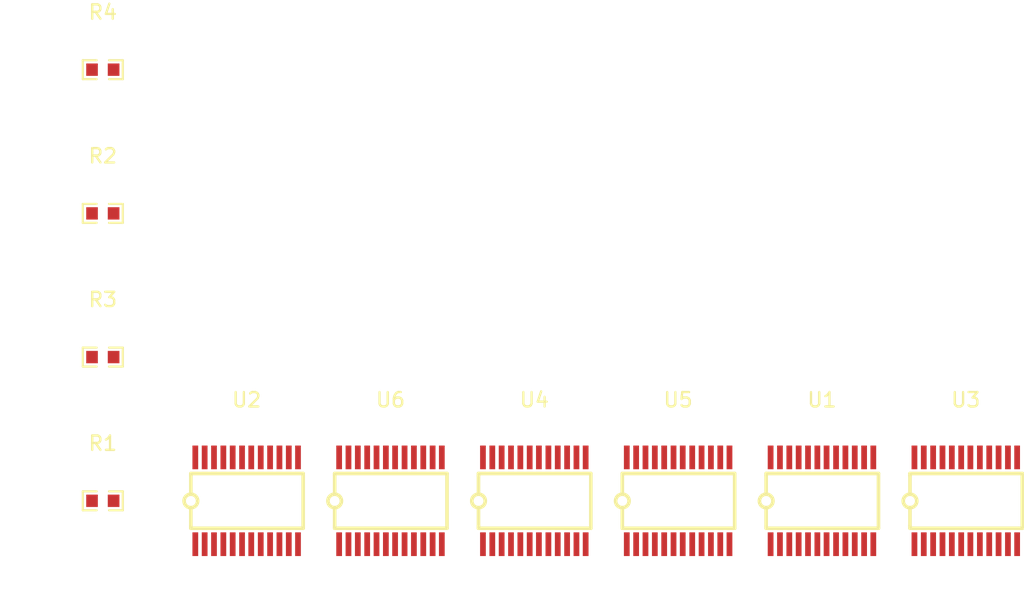
<source format=kicad_pcb>
(kicad_pcb (version 20241229) (generator "atopile") (generator_version "0.5.0")
  (layers (0 "F.Cu" signal) (31 "B.Cu" signal) (34 "B.Paste" user) (35 "F.Paste" user) (36 "B.SilkS" user "B.Silkscreen") (37 "F.SilkS" user "F.Silkscreen") (38 "B.Mask" user) (39 "F.Mask" user) (44 "Edge.Cuts" user))
  (net 0 "")
  (footprint "atopile:R0603-ebcab9" (layer "F.Cu") (at 0 0 0)
    (property "Reference" "R1" (at 0 -4 0) (layer "F.SilkS") (hide no))
    (property "Value" "10kΩ ±1% 100mW")
    (fp_line (start 0.43 0.66) (end 1.39 0.66) (stroke (width 0.15)) (layer "F.SilkS"))
    (fp_line (start 1.39 0.66) (end 1.39 -0.66) (stroke (width 0.15)) (layer "F.SilkS"))
    (fp_line (start 1.39 -0.66) (end 0.43 -0.66) (stroke (width 0.15)) (layer "F.SilkS"))
    (fp_line (start -0.43 0.66) (end -1.39 0.66) (stroke (width 0.15)) (layer "F.SilkS"))
    (fp_line (start -1.39 0.66) (end -1.39 -0.66) (stroke (width 0.15)) (layer "F.SilkS"))
    (fp_line (start -1.39 -0.66) (end -0.43 -0.66) (stroke (width 0.15)) (layer "F.SilkS"))
    (fp_text user "${REFERENCE}" (at 0 -4 0) (layer "F.SilkS"))
    (pad "2" smd rect (at 0.75 0 0) (size 0.81 0.86) (layers "F.Cu" "F.Paste" "F.Mask"))
    (pad "1" smd rect (at -0.75 0 0) (size 0.81 0.86) (layers "F.Cu" "F.Paste" "F.Mask"))
  )
  (footprint "atopile:R0603-ebcab9" (layer "F.Cu") (at 0 -10 0)
    (property "Reference" "R3" (at 0 -4 0) (layer "F.SilkS") (hide no))
    (property "Value" "10kΩ ±1% 100mW")
    (fp_line (start 0.43 0.66) (end 1.39 0.66) (stroke (width 0.15)) (layer "F.SilkS"))
    (fp_line (start 1.39 0.66) (end 1.39 -0.66) (stroke (width 0.15)) (layer "F.SilkS"))
    (fp_line (start 1.39 -0.66) (end 0.43 -0.66) (stroke (width 0.15)) (layer "F.SilkS"))
    (fp_line (start -0.43 0.66) (end -1.39 0.66) (stroke (width 0.15)) (layer "F.SilkS"))
    (fp_line (start -1.39 0.66) (end -1.39 -0.66) (stroke (width 0.15)) (layer "F.SilkS"))
    (fp_line (start -1.39 -0.66) (end -0.43 -0.66) (stroke (width 0.15)) (layer "F.SilkS"))
    (fp_text user "${REFERENCE}" (at 0 -4 0) (layer "F.SilkS"))
    (pad "2" smd rect (at 0.75 0 0) (size 0.81 0.86) (layers "F.Cu" "F.Paste" "F.Mask"))
    (pad "1" smd rect (at -0.75 0 0) (size 0.81 0.86) (layers "F.Cu" "F.Paste" "F.Mask"))
  )
  (footprint "atopile:R0603-ebcab9" (layer "F.Cu") (at 0 -20 0)
    (property "Reference" "R2" (at 0 -4 0) (layer "F.SilkS") (hide no))
    (property "Value" "10kΩ ±1% 100mW")
    (fp_line (start 0.43 0.66) (end 1.39 0.66) (stroke (width 0.15)) (layer "F.SilkS"))
    (fp_line (start 1.39 0.66) (end 1.39 -0.66) (stroke (width 0.15)) (layer "F.SilkS"))
    (fp_line (start 1.39 -0.66) (end 0.43 -0.66) (stroke (width 0.15)) (layer "F.SilkS"))
    (fp_line (start -0.43 0.66) (end -1.39 0.66) (stroke (width 0.15)) (layer "F.SilkS"))
    (fp_line (start -1.39 0.66) (end -1.39 -0.66) (stroke (width 0.15)) (layer "F.SilkS"))
    (fp_line (start -1.39 -0.66) (end -0.43 -0.66) (stroke (width 0.15)) (layer "F.SilkS"))
    (fp_text user "${REFERENCE}" (at 0 -4 0) (layer "F.SilkS"))
    (pad "2" smd rect (at 0.75 0 0) (size 0.81 0.86) (layers "F.Cu" "F.Paste" "F.Mask"))
    (pad "1" smd rect (at -0.75 0 0) (size 0.81 0.86) (layers "F.Cu" "F.Paste" "F.Mask"))
  )
  (footprint "atopile:R0603-ebcab9" (layer "F.Cu") (at 0 -30 0)
    (property "Reference" "R4" (at 0 -4 0) (layer "F.SilkS") (hide no))
    (property "Value" "10kΩ ±1% 100mW")
    (fp_line (start 0.43 0.66) (end 1.39 0.66) (stroke (width 0.15)) (layer "F.SilkS"))
    (fp_line (start 1.39 0.66) (end 1.39 -0.66) (stroke (width 0.15)) (layer "F.SilkS"))
    (fp_line (start 1.39 -0.66) (end 0.43 -0.66) (stroke (width 0.15)) (layer "F.SilkS"))
    (fp_line (start -0.43 0.66) (end -1.39 0.66) (stroke (width 0.15)) (layer "F.SilkS"))
    (fp_line (start -1.39 0.66) (end -1.39 -0.66) (stroke (width 0.15)) (layer "F.SilkS"))
    (fp_line (start -1.39 -0.66) (end -0.43 -0.66) (stroke (width 0.15)) (layer "F.SilkS"))
    (fp_text user "${REFERENCE}" (at 0 -4 0) (layer "F.SilkS"))
    (pad "2" smd rect (at 0.75 0 0) (size 0.81 0.86) (layers "F.Cu" "F.Paste" "F.Mask"))
    (pad "1" smd rect (at -0.75 0 0) (size 0.81 0.86) (layers "F.Cu" "F.Paste" "F.Mask"))
  )
  (footprint "atopile:TSSOP-24_L7.8-W4.4-P0.65-LS6.4-BL-4f236b" (layer "F.Cu") (at 10 0 0)
    (property "Reference" "U2" (at 0 -7.02 0) (layer "F.SilkS") (hide no))
    (property "Value" "")
    (fp_line (start 3.93 -1.9) (end 3.93 1.91) (stroke (width 0.25)) (layer "F.SilkS"))
    (fp_line (start -3.88 1.75) (end -3.88 1.91) (stroke (width 0.25)) (layer "F.SilkS"))
    (fp_line (start -3.88 1.91) (end 3.93 1.91) (stroke (width 0.25)) (layer "F.SilkS"))
    (fp_line (start -3.88 -1.75) (end -3.88 -1.9) (stroke (width 0.25)) (layer "F.SilkS"))
    (fp_line (start -3.88 -1.9) (end 3.93 -1.9) (stroke (width 0.25)) (layer "F.SilkS"))
    (fp_line (start -3.88 -0.48) (end -3.88 -1.75) (stroke (width 0.25)) (layer "F.SilkS"))
    (fp_line (start -3.88 1.75) (end -3.88 0.48) (stroke (width 0.25)) (layer "F.SilkS"))
    (fp_arc (start -3.88 0.48) (mid -3.8758985283157643 -0.4599821038401605) (end -3.888202631025523 0.4799284167235039) (stroke (width 0.25)) (layer "F.SilkS"))
    (fp_text user "${REFERENCE}" (at 0 -7.02 0) (layer "F.SilkS"))
    (pad "6" smd rect (at -0.32 3.02 0) (size 0.4 1.65) (layers "F.Cu" "F.Paste" "F.Mask"))
    (pad "5" smd rect (at -0.97 3.02 0) (size 0.4 1.65) (layers "F.Cu" "F.Paste" "F.Mask"))
    (pad "4" smd rect (at -1.62 3.02 0) (size 0.4 1.65) (layers "F.Cu" "F.Paste" "F.Mask"))
    (pad "3" smd rect (at -2.27 3.02 0) (size 0.4 1.65) (layers "F.Cu" "F.Paste" "F.Mask"))
    (pad "2" smd rect (at -2.92 3.02 0) (size 0.4 1.65) (layers "F.Cu" "F.Paste" "F.Mask"))
    (pad "1" smd rect (at -3.57 3.02 0) (size 0.4 1.65) (layers "F.Cu" "F.Paste" "F.Mask"))
    (pad "7" smd rect (at 0.32 3.02 0) (size 0.4 1.65) (layers "F.Cu" "F.Paste" "F.Mask"))
    (pad "12" smd rect (at 3.57 3.02 0) (size 0.4 1.65) (layers "F.Cu" "F.Paste" "F.Mask"))
    (pad "11" smd rect (at 2.93 3.02 0) (size 0.4 1.65) (layers "F.Cu" "F.Paste" "F.Mask"))
    (pad "10" smd rect (at 2.28 3.02 0) (size 0.4 1.65) (layers "F.Cu" "F.Paste" "F.Mask"))
    (pad "9" smd rect (at 1.63 3.02 0) (size 0.4 1.65) (layers "F.Cu" "F.Paste" "F.Mask"))
    (pad "8" smd rect (at 0.98 3.02 0) (size 0.4 1.65) (layers "F.Cu" "F.Paste" "F.Mask"))
    (pad "20" smd rect (at -0.97 -3.02 0) (size 0.4 1.65) (layers "F.Cu" "F.Paste" "F.Mask"))
    (pad "21" smd rect (at -1.62 -3.02 0) (size 0.4 1.65) (layers "F.Cu" "F.Paste" "F.Mask"))
    (pad "22" smd rect (at -2.27 -3.02 0) (size 0.4 1.65) (layers "F.Cu" "F.Paste" "F.Mask"))
    (pad "23" smd rect (at -2.92 -3.02 0) (size 0.4 1.65) (layers "F.Cu" "F.Paste" "F.Mask"))
    (pad "24" smd rect (at -3.57 -3.02 0) (size 0.4 1.65) (layers "F.Cu" "F.Paste" "F.Mask"))
    (pad "19" smd rect (at -0.32 -3.02 0) (size 0.4 1.65) (layers "F.Cu" "F.Paste" "F.Mask"))
    (pad "13" smd rect (at 3.57 -3.02 0) (size 0.4 1.65) (layers "F.Cu" "F.Paste" "F.Mask"))
    (pad "14" smd rect (at 2.93 -3.02 0) (size 0.4 1.65) (layers "F.Cu" "F.Paste" "F.Mask"))
    (pad "15" smd rect (at 2.28 -3.02 0) (size 0.4 1.65) (layers "F.Cu" "F.Paste" "F.Mask"))
    (pad "16" smd rect (at 1.63 -3.02 0) (size 0.4 1.65) (layers "F.Cu" "F.Paste" "F.Mask"))
    (pad "17" smd rect (at 0.98 -3.02 0) (size 0.4 1.65) (layers "F.Cu" "F.Paste" "F.Mask"))
    (pad "18" smd rect (at 0.32 -3.02 0) (size 0.4 1.65) (layers "F.Cu" "F.Paste" "F.Mask"))
  )
  (footprint "atopile:TSSOP-24_L7.8-W4.4-P0.65-LS6.4-BL-4f236b" (layer "F.Cu") (at 20 0 0)
    (property "Reference" "U6" (at 0 -7.02 0) (layer "F.SilkS") (hide no))
    (property "Value" "")
    (fp_line (start 3.93 -1.9) (end 3.93 1.91) (stroke (width 0.25)) (layer "F.SilkS"))
    (fp_line (start -3.88 1.75) (end -3.88 1.91) (stroke (width 0.25)) (layer "F.SilkS"))
    (fp_line (start -3.88 1.91) (end 3.93 1.91) (stroke (width 0.25)) (layer "F.SilkS"))
    (fp_line (start -3.88 -1.75) (end -3.88 -1.9) (stroke (width 0.25)) (layer "F.SilkS"))
    (fp_line (start -3.88 -1.9) (end 3.93 -1.9) (stroke (width 0.25)) (layer "F.SilkS"))
    (fp_line (start -3.88 -0.48) (end -3.88 -1.75) (stroke (width 0.25)) (layer "F.SilkS"))
    (fp_line (start -3.88 1.75) (end -3.88 0.48) (stroke (width 0.25)) (layer "F.SilkS"))
    (fp_arc (start -3.88 0.48) (mid -3.8758985283157643 -0.4599821038401605) (end -3.888202631025523 0.4799284167235039) (stroke (width 0.25)) (layer "F.SilkS"))
    (fp_text user "${REFERENCE}" (at 0 -7.02 0) (layer "F.SilkS"))
    (pad "6" smd rect (at -0.32 3.02 0) (size 0.4 1.65) (layers "F.Cu" "F.Paste" "F.Mask"))
    (pad "5" smd rect (at -0.97 3.02 0) (size 0.4 1.65) (layers "F.Cu" "F.Paste" "F.Mask"))
    (pad "4" smd rect (at -1.62 3.02 0) (size 0.4 1.65) (layers "F.Cu" "F.Paste" "F.Mask"))
    (pad "3" smd rect (at -2.27 3.02 0) (size 0.4 1.65) (layers "F.Cu" "F.Paste" "F.Mask"))
    (pad "2" smd rect (at -2.92 3.02 0) (size 0.4 1.65) (layers "F.Cu" "F.Paste" "F.Mask"))
    (pad "1" smd rect (at -3.57 3.02 0) (size 0.4 1.65) (layers "F.Cu" "F.Paste" "F.Mask"))
    (pad "7" smd rect (at 0.32 3.02 0) (size 0.4 1.65) (layers "F.Cu" "F.Paste" "F.Mask"))
    (pad "12" smd rect (at 3.57 3.02 0) (size 0.4 1.65) (layers "F.Cu" "F.Paste" "F.Mask"))
    (pad "11" smd rect (at 2.93 3.02 0) (size 0.4 1.65) (layers "F.Cu" "F.Paste" "F.Mask"))
    (pad "10" smd rect (at 2.28 3.02 0) (size 0.4 1.65) (layers "F.Cu" "F.Paste" "F.Mask"))
    (pad "9" smd rect (at 1.63 3.02 0) (size 0.4 1.65) (layers "F.Cu" "F.Paste" "F.Mask"))
    (pad "8" smd rect (at 0.98 3.02 0) (size 0.4 1.65) (layers "F.Cu" "F.Paste" "F.Mask"))
    (pad "20" smd rect (at -0.97 -3.02 0) (size 0.4 1.65) (layers "F.Cu" "F.Paste" "F.Mask"))
    (pad "21" smd rect (at -1.62 -3.02 0) (size 0.4 1.65) (layers "F.Cu" "F.Paste" "F.Mask"))
    (pad "22" smd rect (at -2.27 -3.02 0) (size 0.4 1.65) (layers "F.Cu" "F.Paste" "F.Mask"))
    (pad "23" smd rect (at -2.92 -3.02 0) (size 0.4 1.65) (layers "F.Cu" "F.Paste" "F.Mask"))
    (pad "24" smd rect (at -3.57 -3.02 0) (size 0.4 1.65) (layers "F.Cu" "F.Paste" "F.Mask"))
    (pad "19" smd rect (at -0.32 -3.02 0) (size 0.4 1.65) (layers "F.Cu" "F.Paste" "F.Mask"))
    (pad "13" smd rect (at 3.57 -3.02 0) (size 0.4 1.65) (layers "F.Cu" "F.Paste" "F.Mask"))
    (pad "14" smd rect (at 2.93 -3.02 0) (size 0.4 1.65) (layers "F.Cu" "F.Paste" "F.Mask"))
    (pad "15" smd rect (at 2.28 -3.02 0) (size 0.4 1.65) (layers "F.Cu" "F.Paste" "F.Mask"))
    (pad "16" smd rect (at 1.63 -3.02 0) (size 0.4 1.65) (layers "F.Cu" "F.Paste" "F.Mask"))
    (pad "17" smd rect (at 0.98 -3.02 0) (size 0.4 1.65) (layers "F.Cu" "F.Paste" "F.Mask"))
    (pad "18" smd rect (at 0.32 -3.02 0) (size 0.4 1.65) (layers "F.Cu" "F.Paste" "F.Mask"))
  )
  (footprint "atopile:TSSOP-24_L7.8-W4.4-P0.65-LS6.4-BL-4f236b" (layer "F.Cu") (at 30 0 0)
    (property "Reference" "U4" (at 0 -7.02 0) (layer "F.SilkS") (hide no))
    (property "Value" "")
    (fp_line (start 3.93 -1.9) (end 3.93 1.91) (stroke (width 0.25)) (layer "F.SilkS"))
    (fp_line (start -3.88 1.75) (end -3.88 1.91) (stroke (width 0.25)) (layer "F.SilkS"))
    (fp_line (start -3.88 1.91) (end 3.93 1.91) (stroke (width 0.25)) (layer "F.SilkS"))
    (fp_line (start -3.88 -1.75) (end -3.88 -1.9) (stroke (width 0.25)) (layer "F.SilkS"))
    (fp_line (start -3.88 -1.9) (end 3.93 -1.9) (stroke (width 0.25)) (layer "F.SilkS"))
    (fp_line (start -3.88 -0.48) (end -3.88 -1.75) (stroke (width 0.25)) (layer "F.SilkS"))
    (fp_line (start -3.88 1.75) (end -3.88 0.48) (stroke (width 0.25)) (layer "F.SilkS"))
    (fp_arc (start -3.88 0.48) (mid -3.8758985283157643 -0.4599821038401605) (end -3.888202631025523 0.4799284167235039) (stroke (width 0.25)) (layer "F.SilkS"))
    (fp_text user "${REFERENCE}" (at 0 -7.02 0) (layer "F.SilkS"))
    (pad "6" smd rect (at -0.32 3.02 0) (size 0.4 1.65) (layers "F.Cu" "F.Paste" "F.Mask"))
    (pad "5" smd rect (at -0.97 3.02 0) (size 0.4 1.65) (layers "F.Cu" "F.Paste" "F.Mask"))
    (pad "4" smd rect (at -1.62 3.02 0) (size 0.4 1.65) (layers "F.Cu" "F.Paste" "F.Mask"))
    (pad "3" smd rect (at -2.27 3.02 0) (size 0.4 1.65) (layers "F.Cu" "F.Paste" "F.Mask"))
    (pad "2" smd rect (at -2.92 3.02 0) (size 0.4 1.65) (layers "F.Cu" "F.Paste" "F.Mask"))
    (pad "1" smd rect (at -3.57 3.02 0) (size 0.4 1.65) (layers "F.Cu" "F.Paste" "F.Mask"))
    (pad "7" smd rect (at 0.32 3.02 0) (size 0.4 1.65) (layers "F.Cu" "F.Paste" "F.Mask"))
    (pad "12" smd rect (at 3.57 3.02 0) (size 0.4 1.65) (layers "F.Cu" "F.Paste" "F.Mask"))
    (pad "11" smd rect (at 2.93 3.02 0) (size 0.4 1.65) (layers "F.Cu" "F.Paste" "F.Mask"))
    (pad "10" smd rect (at 2.28 3.02 0) (size 0.4 1.65) (layers "F.Cu" "F.Paste" "F.Mask"))
    (pad "9" smd rect (at 1.63 3.02 0) (size 0.4 1.65) (layers "F.Cu" "F.Paste" "F.Mask"))
    (pad "8" smd rect (at 0.98 3.02 0) (size 0.4 1.65) (layers "F.Cu" "F.Paste" "F.Mask"))
    (pad "20" smd rect (at -0.97 -3.02 0) (size 0.4 1.65) (layers "F.Cu" "F.Paste" "F.Mask"))
    (pad "21" smd rect (at -1.62 -3.02 0) (size 0.4 1.65) (layers "F.Cu" "F.Paste" "F.Mask"))
    (pad "22" smd rect (at -2.27 -3.02 0) (size 0.4 1.65) (layers "F.Cu" "F.Paste" "F.Mask"))
    (pad "23" smd rect (at -2.92 -3.02 0) (size 0.4 1.65) (layers "F.Cu" "F.Paste" "F.Mask"))
    (pad "24" smd rect (at -3.57 -3.02 0) (size 0.4 1.65) (layers "F.Cu" "F.Paste" "F.Mask"))
    (pad "19" smd rect (at -0.32 -3.02 0) (size 0.4 1.65) (layers "F.Cu" "F.Paste" "F.Mask"))
    (pad "13" smd rect (at 3.57 -3.02 0) (size 0.4 1.65) (layers "F.Cu" "F.Paste" "F.Mask"))
    (pad "14" smd rect (at 2.93 -3.02 0) (size 0.4 1.65) (layers "F.Cu" "F.Paste" "F.Mask"))
    (pad "15" smd rect (at 2.28 -3.02 0) (size 0.4 1.65) (layers "F.Cu" "F.Paste" "F.Mask"))
    (pad "16" smd rect (at 1.63 -3.02 0) (size 0.4 1.65) (layers "F.Cu" "F.Paste" "F.Mask"))
    (pad "17" smd rect (at 0.98 -3.02 0) (size 0.4 1.65) (layers "F.Cu" "F.Paste" "F.Mask"))
    (pad "18" smd rect (at 0.32 -3.02 0) (size 0.4 1.65) (layers "F.Cu" "F.Paste" "F.Mask"))
  )
  (footprint "atopile:TSSOP-24_L7.8-W4.4-P0.65-LS6.4-BL-4f236b" (layer "F.Cu") (at 40 0 0)
    (property "Reference" "U5" (at 0 -7.02 0) (layer "F.SilkS") (hide no))
    (property "Value" "")
    (fp_line (start 3.93 -1.9) (end 3.93 1.91) (stroke (width 0.25)) (layer "F.SilkS"))
    (fp_line (start -3.88 1.75) (end -3.88 1.91) (stroke (width 0.25)) (layer "F.SilkS"))
    (fp_line (start -3.88 1.91) (end 3.93 1.91) (stroke (width 0.25)) (layer "F.SilkS"))
    (fp_line (start -3.88 -1.75) (end -3.88 -1.9) (stroke (width 0.25)) (layer "F.SilkS"))
    (fp_line (start -3.88 -1.9) (end 3.93 -1.9) (stroke (width 0.25)) (layer "F.SilkS"))
    (fp_line (start -3.88 -0.48) (end -3.88 -1.75) (stroke (width 0.25)) (layer "F.SilkS"))
    (fp_line (start -3.88 1.75) (end -3.88 0.48) (stroke (width 0.25)) (layer "F.SilkS"))
    (fp_arc (start -3.88 0.48) (mid -3.8758985283157643 -0.4599821038401605) (end -3.888202631025523 0.4799284167235039) (stroke (width 0.25)) (layer "F.SilkS"))
    (fp_text user "${REFERENCE}" (at 0 -7.02 0) (layer "F.SilkS"))
    (pad "6" smd rect (at -0.32 3.02 0) (size 0.4 1.65) (layers "F.Cu" "F.Paste" "F.Mask"))
    (pad "5" smd rect (at -0.97 3.02 0) (size 0.4 1.65) (layers "F.Cu" "F.Paste" "F.Mask"))
    (pad "4" smd rect (at -1.62 3.02 0) (size 0.4 1.65) (layers "F.Cu" "F.Paste" "F.Mask"))
    (pad "3" smd rect (at -2.27 3.02 0) (size 0.4 1.65) (layers "F.Cu" "F.Paste" "F.Mask"))
    (pad "2" smd rect (at -2.92 3.02 0) (size 0.4 1.65) (layers "F.Cu" "F.Paste" "F.Mask"))
    (pad "1" smd rect (at -3.57 3.02 0) (size 0.4 1.65) (layers "F.Cu" "F.Paste" "F.Mask"))
    (pad "7" smd rect (at 0.32 3.02 0) (size 0.4 1.65) (layers "F.Cu" "F.Paste" "F.Mask"))
    (pad "12" smd rect (at 3.57 3.02 0) (size 0.4 1.65) (layers "F.Cu" "F.Paste" "F.Mask"))
    (pad "11" smd rect (at 2.93 3.02 0) (size 0.4 1.65) (layers "F.Cu" "F.Paste" "F.Mask"))
    (pad "10" smd rect (at 2.28 3.02 0) (size 0.4 1.65) (layers "F.Cu" "F.Paste" "F.Mask"))
    (pad "9" smd rect (at 1.63 3.02 0) (size 0.4 1.65) (layers "F.Cu" "F.Paste" "F.Mask"))
    (pad "8" smd rect (at 0.98 3.02 0) (size 0.4 1.65) (layers "F.Cu" "F.Paste" "F.Mask"))
    (pad "20" smd rect (at -0.97 -3.02 0) (size 0.4 1.65) (layers "F.Cu" "F.Paste" "F.Mask"))
    (pad "21" smd rect (at -1.62 -3.02 0) (size 0.4 1.65) (layers "F.Cu" "F.Paste" "F.Mask"))
    (pad "22" smd rect (at -2.27 -3.02 0) (size 0.4 1.65) (layers "F.Cu" "F.Paste" "F.Mask"))
    (pad "23" smd rect (at -2.92 -3.02 0) (size 0.4 1.65) (layers "F.Cu" "F.Paste" "F.Mask"))
    (pad "24" smd rect (at -3.57 -3.02 0) (size 0.4 1.65) (layers "F.Cu" "F.Paste" "F.Mask"))
    (pad "19" smd rect (at -0.32 -3.02 0) (size 0.4 1.65) (layers "F.Cu" "F.Paste" "F.Mask"))
    (pad "13" smd rect (at 3.57 -3.02 0) (size 0.4 1.65) (layers "F.Cu" "F.Paste" "F.Mask"))
    (pad "14" smd rect (at 2.93 -3.02 0) (size 0.4 1.65) (layers "F.Cu" "F.Paste" "F.Mask"))
    (pad "15" smd rect (at 2.28 -3.02 0) (size 0.4 1.65) (layers "F.Cu" "F.Paste" "F.Mask"))
    (pad "16" smd rect (at 1.63 -3.02 0) (size 0.4 1.65) (layers "F.Cu" "F.Paste" "F.Mask"))
    (pad "17" smd rect (at 0.98 -3.02 0) (size 0.4 1.65) (layers "F.Cu" "F.Paste" "F.Mask"))
    (pad "18" smd rect (at 0.32 -3.02 0) (size 0.4 1.65) (layers "F.Cu" "F.Paste" "F.Mask"))
  )
  (footprint "atopile:TSSOP-24_L7.8-W4.4-P0.65-LS6.4-BL-4f236b" (layer "F.Cu") (at 50 0 0)
    (property "Reference" "U1" (at 0 -7.02 0) (layer "F.SilkS") (hide no))
    (property "Value" "")
    (fp_line (start 3.93 -1.9) (end 3.93 1.91) (stroke (width 0.25)) (layer "F.SilkS"))
    (fp_line (start -3.88 1.75) (end -3.88 1.91) (stroke (width 0.25)) (layer "F.SilkS"))
    (fp_line (start -3.88 1.91) (end 3.93 1.91) (stroke (width 0.25)) (layer "F.SilkS"))
    (fp_line (start -3.88 -1.75) (end -3.88 -1.9) (stroke (width 0.25)) (layer "F.SilkS"))
    (fp_line (start -3.88 -1.9) (end 3.93 -1.9) (stroke (width 0.25)) (layer "F.SilkS"))
    (fp_line (start -3.88 -0.48) (end -3.88 -1.75) (stroke (width 0.25)) (layer "F.SilkS"))
    (fp_line (start -3.88 1.75) (end -3.88 0.48) (stroke (width 0.25)) (layer "F.SilkS"))
    (fp_arc (start -3.88 0.48) (mid -3.8758985283157643 -0.4599821038401605) (end -3.888202631025523 0.4799284167235039) (stroke (width 0.25)) (layer "F.SilkS"))
    (fp_text user "${REFERENCE}" (at 0 -7.02 0) (layer "F.SilkS"))
    (pad "6" smd rect (at -0.32 3.02 0) (size 0.4 1.65) (layers "F.Cu" "F.Paste" "F.Mask"))
    (pad "5" smd rect (at -0.97 3.02 0) (size 0.4 1.65) (layers "F.Cu" "F.Paste" "F.Mask"))
    (pad "4" smd rect (at -1.62 3.02 0) (size 0.4 1.65) (layers "F.Cu" "F.Paste" "F.Mask"))
    (pad "3" smd rect (at -2.27 3.02 0) (size 0.4 1.65) (layers "F.Cu" "F.Paste" "F.Mask"))
    (pad "2" smd rect (at -2.92 3.02 0) (size 0.4 1.65) (layers "F.Cu" "F.Paste" "F.Mask"))
    (pad "1" smd rect (at -3.57 3.02 0) (size 0.4 1.65) (layers "F.Cu" "F.Paste" "F.Mask"))
    (pad "7" smd rect (at 0.32 3.02 0) (size 0.4 1.65) (layers "F.Cu" "F.Paste" "F.Mask"))
    (pad "12" smd rect (at 3.57 3.02 0) (size 0.4 1.65) (layers "F.Cu" "F.Paste" "F.Mask"))
    (pad "11" smd rect (at 2.93 3.02 0) (size 0.4 1.65) (layers "F.Cu" "F.Paste" "F.Mask"))
    (pad "10" smd rect (at 2.28 3.02 0) (size 0.4 1.65) (layers "F.Cu" "F.Paste" "F.Mask"))
    (pad "9" smd rect (at 1.63 3.02 0) (size 0.4 1.65) (layers "F.Cu" "F.Paste" "F.Mask"))
    (pad "8" smd rect (at 0.98 3.02 0) (size 0.4 1.65) (layers "F.Cu" "F.Paste" "F.Mask"))
    (pad "20" smd rect (at -0.97 -3.02 0) (size 0.4 1.65) (layers "F.Cu" "F.Paste" "F.Mask"))
    (pad "21" smd rect (at -1.62 -3.02 0) (size 0.4 1.65) (layers "F.Cu" "F.Paste" "F.Mask"))
    (pad "22" smd rect (at -2.27 -3.02 0) (size 0.4 1.65) (layers "F.Cu" "F.Paste" "F.Mask"))
    (pad "23" smd rect (at -2.92 -3.02 0) (size 0.4 1.65) (layers "F.Cu" "F.Paste" "F.Mask"))
    (pad "24" smd rect (at -3.57 -3.02 0) (size 0.4 1.65) (layers "F.Cu" "F.Paste" "F.Mask"))
    (pad "19" smd rect (at -0.32 -3.02 0) (size 0.4 1.65) (layers "F.Cu" "F.Paste" "F.Mask"))
    (pad "13" smd rect (at 3.57 -3.02 0) (size 0.4 1.65) (layers "F.Cu" "F.Paste" "F.Mask"))
    (pad "14" smd rect (at 2.93 -3.02 0) (size 0.4 1.65) (layers "F.Cu" "F.Paste" "F.Mask"))
    (pad "15" smd rect (at 2.28 -3.02 0) (size 0.4 1.65) (layers "F.Cu" "F.Paste" "F.Mask"))
    (pad "16" smd rect (at 1.63 -3.02 0) (size 0.4 1.65) (layers "F.Cu" "F.Paste" "F.Mask"))
    (pad "17" smd rect (at 0.98 -3.02 0) (size 0.4 1.65) (layers "F.Cu" "F.Paste" "F.Mask"))
    (pad "18" smd rect (at 0.32 -3.02 0) (size 0.4 1.65) (layers "F.Cu" "F.Paste" "F.Mask"))
  )
  (footprint "atopile:TSSOP-24_L7.8-W4.4-P0.65-LS6.4-BL-4f236b" (layer "F.Cu") (at 60 0 0)
    (property "Reference" "U3" (at 0 -7.02 0) (layer "F.SilkS") (hide no))
    (property "Value" "")
    (fp_line (start 3.93 -1.9) (end 3.93 1.91) (stroke (width 0.25)) (layer "F.SilkS"))
    (fp_line (start -3.88 1.75) (end -3.88 1.91) (stroke (width 0.25)) (layer "F.SilkS"))
    (fp_line (start -3.88 1.91) (end 3.93 1.91) (stroke (width 0.25)) (layer "F.SilkS"))
    (fp_line (start -3.88 -1.75) (end -3.88 -1.9) (stroke (width 0.25)) (layer "F.SilkS"))
    (fp_line (start -3.88 -1.9) (end 3.93 -1.9) (stroke (width 0.25)) (layer "F.SilkS"))
    (fp_line (start -3.88 -0.48) (end -3.88 -1.75) (stroke (width 0.25)) (layer "F.SilkS"))
    (fp_line (start -3.88 1.75) (end -3.88 0.48) (stroke (width 0.25)) (layer "F.SilkS"))
    (fp_arc (start -3.88 0.48) (mid -3.8758985283157643 -0.4599821038401605) (end -3.888202631025523 0.4799284167235039) (stroke (width 0.25)) (layer "F.SilkS"))
    (fp_text user "${REFERENCE}" (at 0 -7.02 0) (layer "F.SilkS"))
    (pad "6" smd rect (at -0.32 3.02 0) (size 0.4 1.65) (layers "F.Cu" "F.Paste" "F.Mask"))
    (pad "5" smd rect (at -0.97 3.02 0) (size 0.4 1.65) (layers "F.Cu" "F.Paste" "F.Mask"))
    (pad "4" smd rect (at -1.62 3.02 0) (size 0.4 1.65) (layers "F.Cu" "F.Paste" "F.Mask"))
    (pad "3" smd rect (at -2.27 3.02 0) (size 0.4 1.65) (layers "F.Cu" "F.Paste" "F.Mask"))
    (pad "2" smd rect (at -2.92 3.02 0) (size 0.4 1.65) (layers "F.Cu" "F.Paste" "F.Mask"))
    (pad "1" smd rect (at -3.57 3.02 0) (size 0.4 1.65) (layers "F.Cu" "F.Paste" "F.Mask"))
    (pad "7" smd rect (at 0.32 3.02 0) (size 0.4 1.65) (layers "F.Cu" "F.Paste" "F.Mask"))
    (pad "12" smd rect (at 3.57 3.02 0) (size 0.4 1.65) (layers "F.Cu" "F.Paste" "F.Mask"))
    (pad "11" smd rect (at 2.93 3.02 0) (size 0.4 1.65) (layers "F.Cu" "F.Paste" "F.Mask"))
    (pad "10" smd rect (at 2.28 3.02 0) (size 0.4 1.65) (layers "F.Cu" "F.Paste" "F.Mask"))
    (pad "9" smd rect (at 1.63 3.02 0) (size 0.4 1.65) (layers "F.Cu" "F.Paste" "F.Mask"))
    (pad "8" smd rect (at 0.98 3.02 0) (size 0.4 1.65) (layers "F.Cu" "F.Paste" "F.Mask"))
    (pad "20" smd rect (at -0.97 -3.02 0) (size 0.4 1.65) (layers "F.Cu" "F.Paste" "F.Mask"))
    (pad "21" smd rect (at -1.62 -3.02 0) (size 0.4 1.65) (layers "F.Cu" "F.Paste" "F.Mask"))
    (pad "22" smd rect (at -2.27 -3.02 0) (size 0.4 1.65) (layers "F.Cu" "F.Paste" "F.Mask"))
    (pad "23" smd rect (at -2.92 -3.02 0) (size 0.4 1.65) (layers "F.Cu" "F.Paste" "F.Mask"))
    (pad "24" smd rect (at -3.57 -3.02 0) (size 0.4 1.65) (layers "F.Cu" "F.Paste" "F.Mask"))
    (pad "19" smd rect (at -0.32 -3.02 0) (size 0.4 1.65) (layers "F.Cu" "F.Paste" "F.Mask"))
    (pad "13" smd rect (at 3.57 -3.02 0) (size 0.4 1.65) (layers "F.Cu" "F.Paste" "F.Mask"))
    (pad "14" smd rect (at 2.93 -3.02 0) (size 0.4 1.65) (layers "F.Cu" "F.Paste" "F.Mask"))
    (pad "15" smd rect (at 2.28 -3.02 0) (size 0.4 1.65) (layers "F.Cu" "F.Paste" "F.Mask"))
    (pad "16" smd rect (at 1.63 -3.02 0) (size 0.4 1.65) (layers "F.Cu" "F.Paste" "F.Mask"))
    (pad "17" smd rect (at 0.98 -3.02 0) (size 0.4 1.65) (layers "F.Cu" "F.Paste" "F.Mask"))
    (pad "18" smd rect (at 0.32 -3.02 0) (size 0.4 1.65) (layers "F.Cu" "F.Paste" "F.Mask"))
  )
)
</source>
